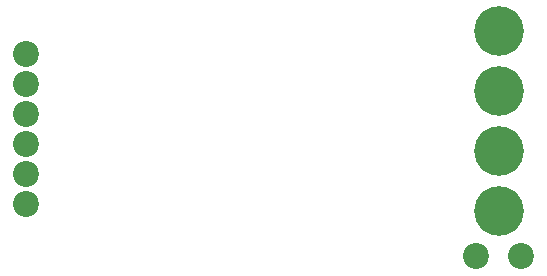
<source format=gbr>
G04 #@! TF.FileFunction,Soldermask,Bot*
%FSLAX46Y46*%
G04 Gerber Fmt 4.6, Leading zero omitted, Abs format (unit mm)*
G04 Created by KiCad (PCBNEW 4.0.4-stable) date 10/09/16 21:09:13*
%MOMM*%
%LPD*%
G01*
G04 APERTURE LIST*
%ADD10C,0.100000*%
%ADD11C,2.200000*%
%ADD12C,4.200000*%
G04 APERTURE END LIST*
D10*
D11*
X120015000Y-107950000D03*
X120015000Y-115570000D03*
X120015000Y-110490000D03*
X120015000Y-113030000D03*
X120015000Y-102870000D03*
X120015000Y-105410000D03*
X161925000Y-120015000D03*
X158115000Y-120015000D03*
D12*
X160020000Y-106045000D03*
X160020000Y-116205000D03*
X160020000Y-100965000D03*
X160020000Y-111125000D03*
M02*

</source>
